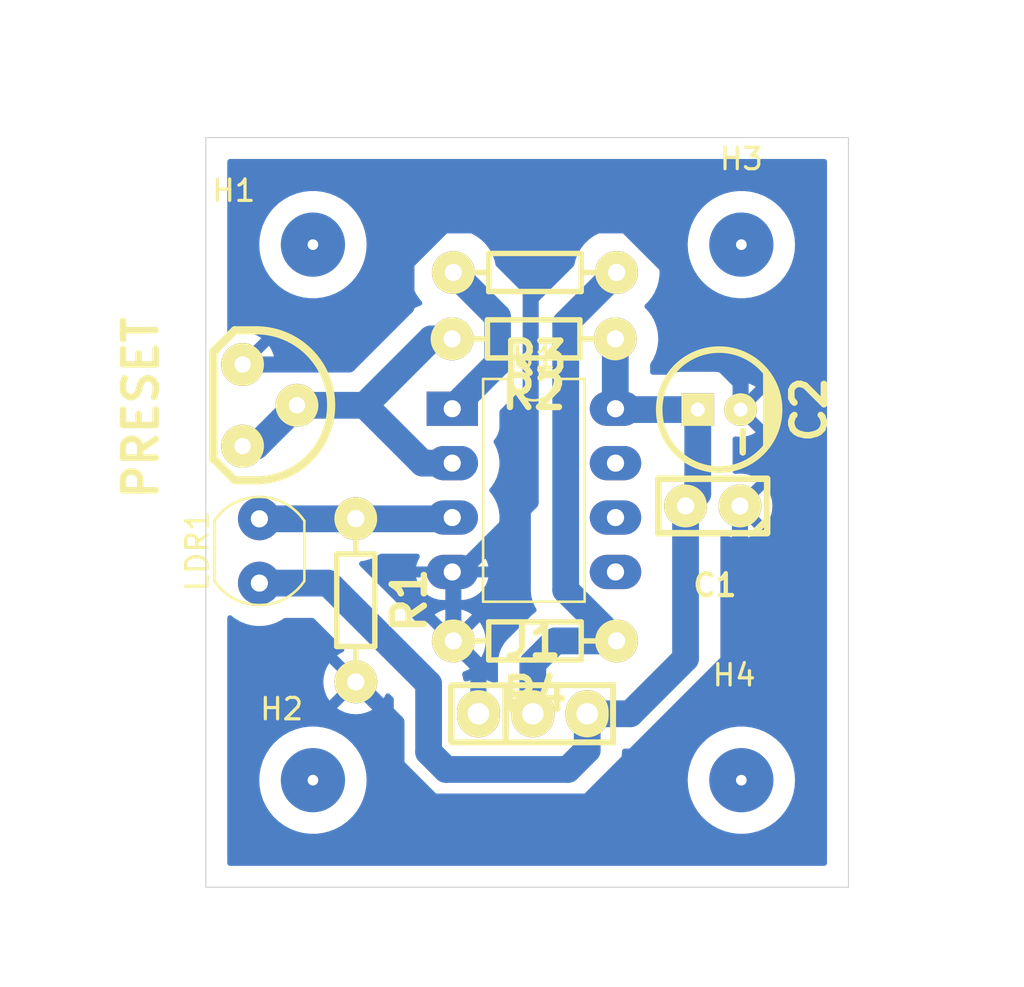
<source format=kicad_pcb>
(kicad_pcb (version 20211014) (generator pcbnew)
  (layers (0 "F.Cu" signal) (31 "B.Cu" signal) (34 "B.Paste" user) (35 "F.Paste" user) (36 "B.SilkS" user "B.Silkscreen") (37 "F.SilkS" user "F.Silkscreen") (38 "B.Mask" user) (39 "F.Mask" user) (44 "Edge.Cuts" user))
  (net 0 "")
  (net 1 "GNDREF")
  (net 2 "VCC")
  (net 3 "/SALIDA 0-3.3V")
  (net 4 "Net-(LDR1-Pad2)")
  (net 5 "Net-(R100K1-Pad2)")
  (net 6 "Net-(R3-Pad1)")
  (footprint "EESTN5:CAP_ELEC_5x11mm" (layer "F.Cu") (at 113.96452 117.7 -90)
    (fp_text reference "C2" (at 0 -4.2 90) (layer "F.SilkS") (effects (font (size 1.524 1.524) (thickness 0.3048))))
    (fp_text value "C 10uF" hide)
    (fp_line (start -1.3 -2.4) (end 1.3 -2.4) (layer "F.SilkS") (width 0.3048))
    (fp_line (start -0.8 -2.6) (end 0.8 -2.6) (layer "F.SilkS") (width 0.3048))
    (fp_line (start -1.7 -2.2) (end 1.7 -2.2) (layer "F.SilkS") (width 0.3048))
    (fp_line (start 1 -1.1) (end 2 -1.1) (layer "F.SilkS") (width 0.3))
    (fp_circle (center 0 0) (end 2.8 0) (layer "F.SilkS") (width 0.3048) (fill none))
    (pad "1" thru_hole rect locked (at 0 1 270) (size 1.524 1.524) (drill 0.65) (layers *.Cu *.Mask "F.SilkS") (net 2 "VCC"))
    (pad "2" thru_hole circle locked (at 0 -1 270) (size 1.524 1.524) (drill 0.65) (layers *.Cu *.Mask "F.SilkS") (net 1 "GNDREF"))
  )
  (footprint "EESTN5:RES0.3" (layer "F.Cu") (at 105.36452 111.3)
    (fp_text reference "R3" (at 0 4) (layer "F.SilkS") (effects (font (size 1.5 1.5) (thickness 0.3))))
    (fp_text value "R22K" hide)
    (fp_line (start -2.159 0) (end -3.81 0) (layer "F.SilkS") (width 0.254))
    (fp_line (start -2.159 -0.889) (end -2.159 0.889) (layer "F.SilkS") (width 0.254))
    (fp_line (start 2.159 0) (end 3.81 0) (layer "F.SilkS") (width 0.254))
    (fp_line (start -2.159 0.889) (end 2.159 0.889) (layer "F.SilkS") (width 0.254))
    (fp_line (start 2.159 -0.889) (end -2.159 -0.889) (layer "F.SilkS") (width 0.254))
    (fp_line (start 2.159 0.889) (end 2.159 -0.889) (layer "F.SilkS") (width 0.254))
    (pad "1" thru_hole circle locked (at -3.81 0) (size 2 2) (drill 0.8001) (layers *.Cu *.Mask "F.SilkS") (net 6 "Net-(R3-Pad1)"))
    (pad "2" thru_hole circle locked (at 3.81 0) (size 2 2) (drill 0.8001) (layers *.Cu *.Mask "F.SilkS") (net 3 "/SALIDA 0-3.3V"))
  )
  (footprint "EESTN5:RES0.3" (layer "F.Cu") (at 105.36452 128.5 180)
    (fp_text reference "R4" (at 0 -2.5) (layer "F.SilkS") (effects (font (size 1.5 1.5) (thickness 0.3))))
    (fp_text value "R10K" hide)
    (fp_line (start -2.159 -0.889) (end -2.159 0.889) (layer "F.SilkS") (width 0.254))
    (fp_line (start 2.159 0) (end 3.81 0) (layer "F.SilkS") (width 0.254))
    (fp_line (start -2.159 0.889) (end 2.159 0.889) (layer "F.SilkS") (width 0.254))
    (fp_line (start 2.159 0.889) (end 2.159 -0.889) (layer "F.SilkS") (width 0.254))
    (fp_line (start 2.159 -0.889) (end -2.159 -0.889) (layer "F.SilkS") (width 0.254))
    (fp_line (start -2.159 0) (end -3.81 0) (layer "F.SilkS") (width 0.254))
    (pad "1" thru_hole circle locked (at -3.81 0 180) (size 2 2) (drill 0.8001) (layers *.Cu *.Mask "F.SilkS") (net 3 "/SALIDA 0-3.3V"))
    (pad "2" thru_hole circle locked (at 3.81 0 180) (size 2 2) (drill 0.8001) (layers *.Cu *.Mask "F.SilkS") (net 1 "GNDREF"))
  )
  (footprint "MountingHole:MountingHole_3mm" (layer "F.Cu") (at 115 135)
    (fp_text reference "H4" (at -0.33548 -4.9) (layer "F.SilkS"))
    (fp_text value "Mounting_Hole")
    (pad "" np_thru_hole circle (at 0 0) (size 3 3) (drill 0.5) (layers "B.Cu"))
  )
  (footprint "MountingHole:MountingHole_3mm" (layer "F.Cu") (at 115 110)
    (fp_text reference "H3" (at 0 -4) (layer "F.SilkS"))
    (fp_text value "Mounting_Hole")
    (pad "" np_thru_hole circle (at 0 0) (size 3 3) (drill 0.5) (layers "B.Cu"))
  )
  (footprint "OptoDevice:R_LDR_5.0x4.1mm_P3mm_Vertical" (layer "F.Cu") (at 92.5 125.8 90)
    (fp_text reference "LDR1" (at 1.5 -2.9 90) (layer "F.SilkS"))
    (fp_text value "A9050")
    (fp_line (start 0.1 2.1) (end 2.9 2.1) (layer "F.SilkS") (width 0.12))
    (fp_line (start 0.1 -2.1) (end 2.9 -2.1) (layer "F.SilkS") (width 0.12))
    (fp_arc (start 2.9 -2.1) (mid 4.023872 0.008372) (end 2.886037 2.109242) (layer "F.SilkS") (width 0.12))
    (fp_arc (start 0.1 2.1) (mid -1.023872 -0.008372) (end 0.113963 -2.109242) (layer "F.SilkS") (width 0.12))
    (pad "1" thru_hole circle (at 0 0 90) (size 2 2) (drill 0.8) (layers *.Cu *.Mask) (net 2 "VCC"))
    (pad "2" thru_hole circle (at 3 0 90) (size 2 2) (drill 0.8) (layers *.Cu *.Mask) (net 4 "Net-(LDR1-Pad2)"))
  )
  (footprint "EESTN5:Pin_Header_3" (layer "F.Cu") (at 105.26452 131.9)
    (fp_text reference "J1" (at 0 -3.4) (layer "F.SilkS") (effects (font (size 1.5 1.5) (thickness 0.3))))
    (fp_text value "Conn_01X03" hide)
    (fp_line (start 3.81 -1.27) (end 3.81 1.27) (layer "F.SilkS") (width 0.15))
    (fp_line (start -3.81 1.27) (end -3.81 -1.27) (layer "F.SilkS") (width 0.3048))
    (fp_line (start -3.81 -1.397) (end 3.81 -1.397) (layer "F.SilkS") (width 0.15))
    (fp_line (start 3.81 1.27) (end -3.81 1.27) (layer "F.SilkS") (width 0.15))
    (fp_line (start -1.27 -1.27) (end -1.27 1.27) (layer "F.SilkS") (width 0.3048))
    (fp_line (start 3.81 1.016) (end 3.81 1.397) (layer "F.SilkS") (width 0.15))
    (fp_line (start 3.683 1.27) (end 3.683 -1.27) (layer "F.SilkS") (width 0.15))
    (fp_line (start 3.81 1.397) (end -3.81 1.397) (layer "F.SilkS") (width 0.15))
    (fp_line (start 3.81 -1.27) (end -3.81 -1.27) (layer "F.SilkS") (width 0.15))
    (fp_line (start 3.81 -1.397) (end 3.81 -1.143) (layer "F.SilkS") (width 0.15))
    (pad "1" thru_hole oval locked (at -2.54 0) (size 2 2.19964) (drill 1.00076) (layers *.Cu *.Mask "F.SilkS") (net 1 "GNDREF"))
    (pad "2" thru_hole oval locked (at 0 0) (size 2 2.19964) (drill 1.00076) (layers *.Cu *.Mask "F.SilkS") (net 3 "/SALIDA 0-3.3V"))
    (pad "3" thru_hole oval locked (at 2.54 0) (size 2 2.19964) (drill 1.00076) (layers *.Cu *.Mask "F.SilkS") (net 2 "VCC"))
  )
  (footprint "MountingHole:MountingHole_3mm" (layer "F.Cu") (at 95 135)
    (fp_text reference "H2" (at -1.46 -3.32) (layer "F.SilkS"))
    (fp_text value "Mounting_Hole")
    (pad "" np_thru_hole circle (at 0 0) (size 3 3) (drill 0.5) (layers "B.Cu"))
  )
  (footprint "EESTN5:RES0.3" (layer "F.Cu") (at 105.30452 114.4 180)
    (fp_text reference "R2" (at 0 -2.5) (layer "F.SilkS") (effects (font (size 1.5 1.5) (thickness 0.3))))
    (fp_text value "R10K" hide)
    (fp_line (start -2.159 0) (end -3.81 0) (layer "F.SilkS") (width 0.254))
    (fp_line (start -2.159 0.889) (end 2.159 0.889) (layer "F.SilkS") (width 0.254))
    (fp_line (start 2.159 -0.889) (end -2.159 -0.889) (layer "F.SilkS") (width 0.254))
    (fp_line (start 2.159 0) (end 3.81 0) (layer "F.SilkS") (width 0.254))
    (fp_line (start -2.159 -0.889) (end -2.159 0.889) (layer "F.SilkS") (width 0.254))
    (fp_line (start 2.159 0.889) (end 2.159 -0.889) (layer "F.SilkS") (width 0.254))
    (pad "1" thru_hole circle locked (at -3.81 0 180) (size 2 2) (drill 0.8001) (layers *.Cu *.Mask "F.SilkS") (net 2 "VCC"))
    (pad "2" thru_hole circle locked (at 3.81 0 180) (size 2 2) (drill 0.8001) (layers *.Cu *.Mask "F.SilkS") (net 5 "Net-(R100K1-Pad2)"))
  )
  (footprint "EESTN5:to92" (layer "F.Cu") (at 92.35 117.5 -90)
    (fp_text reference "R100K1" hide)
    (fp_text value "PRESET " (at -0.46 5.38 90) (layer "F.SilkS") (effects (font (size 1.524 1.524) (thickness 0.3048))))
    (fp_line (start 2.54 2) (end -2.54 2) (layer "F.SilkS") (width 0.381))
    (fp_line (start 3.5 1) (end 3.5 0) (layer "F.SilkS") (width 0.381))
    (fp_line (start -2.5 2) (end -3.5 1) (layer "F.SilkS") (width 0.381))
    (fp_line (start 2.5 2) (end 3.5 1) (layer "F.SilkS") (width 0.381))
    (fp_line (start -3.5 1) (end -3.5 0) (layer "F.SilkS") (width 0.381))
    (fp_arc (start -3.5 0) (mid 0 -3.5) (end 3.5 0) (layer "F.SilkS") (width 0.381))
    (pad "1" thru_hole circle locked (at -1.905 0.635 270) (size 2 2) (drill 0.762) (layers *.Cu *.Mask "F.SilkS") (net 1 "GNDREF"))
    (pad "2" thru_hole circle locked (at 0 -1.905 270) (size 2 2) (drill 0.762) (layers *.Cu *.Mask "F.SilkS") (net 5 "Net-(R100K1-Pad2)"))
    (pad "3" thru_hole circle locked (at 1.905 0.635 270) (size 2 2) (drill 0.762) (layers *.Cu *.Mask "F.SilkS") (net 5 "Net-(R100K1-Pad2)"))
  )
  (footprint "EESTN5:DIP-8" (layer "F.Cu") (at 101.50452 117.66)
    (fp_text reference "U1" (at 3.81 -2.39) (layer "F.SilkS"))
    (fp_text value "LM358" hide)
    (fp_line (start 1.44 -1.39) (end 1.44 9.01) (layer "F.SilkS") (width 0.12))
    (fp_line (start 1.44 9.01) (end 6.18 9.01) (layer "F.SilkS") (width 0.12))
    (fp_line (start 6.18 -1.39) (end 4.81 -1.39) (layer "F.SilkS") (width 0.12))
    (fp_line (start 6.18 9.01) (end 6.18 -1.39) (layer "F.SilkS") (width 0.12))
    (fp_line (start 2.81 -1.39) (end 1.44 -1.39) (layer "F.SilkS") (width 0.12))
    (fp_arc (start 4.81 -1.39) (mid 3.81 -0.39) (end 2.81 -1.39) (layer "F.SilkS") (width 0.12))
    (pad "1" thru_hole rect locked (at 0 0) (size 2.4 1.6) (drill 0.8) (layers *.Cu *.Mask) (net 6 "Net-(R3-Pad1)"))
    (pad "2" thru_hole oval locked (at 0 2.54) (size 2.4 1.6) (drill 0.8) (layers *.Cu *.Mask) (net 5 "Net-(R100K1-Pad2)"))
    (pad "3" thru_hole oval locked (at 0 5.08) (size 2.4 1.6) (drill 0.8) (layers *.Cu *.Mask) (net 4 "Net-(LDR1-Pad2)"))
    (pad "4" thru_hole oval locked (at 0 7.62) (size 2.4 1.6) (drill 0.8) (layers *.Cu *.Mask) (net 1 "GNDREF"))
    (pad "5" thru_hole oval locked (at 7.62 7.62) (size 2.4 1.6) (drill 0.8) (layers *.Cu *.Mask))
    (pad "6" thru_hole oval locked (at 7.62 5.08) (size 2.4 1.6) (drill 0.8) (layers *.Cu *.Mask))
    (pad "7" thru_hole oval locked (at 7.62 2.54) (size 2.4 1.6) (drill 0.8) (layers *.Cu *.Mask))
    (pad "8" thru_hole oval locked (at 7.62 0) (size 2.4 1.6) (drill 0.8) (layers *.Cu *.Mask) (net 2 "VCC"))
  )
  (footprint "EESTN5:RES0.3" (layer "F.Cu") (at 97 126.6 -90)
    (fp_text reference "R1" (at 0 -2.5 90) (layer "F.SilkS") (effects (font (size 1.5 1.5) (thickness 0.3))))
    (fp_text value "R100K" hide)
    (fp_line (start 2.159 0.889) (end 2.159 -0.889) (layer "F.SilkS") (width 0.254))
    (fp_line (start 2.159 -0.889) (end -2.159 -0.889) (layer "F.SilkS") (width 0.254))
    (fp_line (start -2.159 -0.889) (end -2.159 0.889) (layer "F.SilkS") (width 0.254))
    (fp_line (start 2.159 0) (end 3.81 0) (layer "F.SilkS") (width 0.254))
    (fp_line (start -2.159 0.889) (end 2.159 0.889) (layer "F.SilkS") (width 0.254))
    (fp_line (start -2.159 0) (end -3.81 0) (layer "F.SilkS") (width 0.254))
    (pad "1" thru_hole circle locked (at -3.81 0 270) (size 2 2) (drill 0.8001) (layers *.Cu *.Mask "F.SilkS") (net 4 "Net-(LDR1-Pad2)"))
    (pad "2" thru_hole circle locked (at 3.81 0 270) (size 2 2) (drill 0.8001) (layers *.Cu *.Mask "F.SilkS") (net 1 "GNDREF"))
  )
  (footprint "MountingHole:MountingHole_3mm" (layer "F.Cu") (at 95 110)
    (fp_text reference "H1" (at -3.69548 -2.52) (layer "F.SilkS"))
    (fp_text value "Mounting_Hole")
    (pad "" np_thru_hole circle (at 0 0) (size 3 3) (drill 0.5) (layers "B.Cu"))
  )
  (footprint "EESTN5:CAP_0.1" (layer "F.Cu") (at 113.66452 122.2 180)
    (fp_text reference "C1" (at -0.1 -3.7) (layer "F.SilkS") (effects (font (size 1.016 1.016) (thickness 0.2032))))
    (fp_text value "100nF" hide)
    (fp_line (start -2.54 -0.635) (end -1.905 -1.27) (layer "F.SilkS") (width 0.3048))
    (fp_line (start -2.54 1.27) (end -2.54 -1.27) (layer "F.SilkS") (width 0.3048))
    (fp_line (start -2.4892 -1.27) (end 2.54 -1.27) (layer "F.SilkS") (width 0.3048))
    (fp_line (start 2.54 -1.27) (end 2.54 1.27) (layer "F.SilkS") (width 0.3048))
    (fp_line (start 2.54 1.27) (end -2.54 1.27) (layer "F.SilkS") (width 0.3048))
    (pad "1" thru_hole circle locked (at -1.27 0 180) (size 2 2) (drill 0.8001) (layers *.Cu *.Mask "F.SilkS") (net 1 "GNDREF"))
    (pad "2" thru_hole circle locked (at 1.27 0 180) (size 2 2) (drill 0.8001) (layers *.Cu *.Mask "F.SilkS") (net 2 "VCC"))
  )
  (gr_line (start 120 140) (end 90 140) (layer "Edge.Cuts") (width 0.05))
  (gr_line (start 90 105) (end 120 105) (layer "Edge.Cuts") (width 0.05))
  (gr_line (start 120 105) (end 120 140) (layer "Edge.Cuts") (width 0.05))
  (gr_line (start 90 140) (end 90 105) (layer "Edge.Cuts") (width 0.05))
  (segment (start 102.72452 129.67) (end 101.55452 128.5) (width 0.75) (layer "B.Cu") (net 1))
  (segment (start 100.592556 135.99952) (end 107.837642 135.99952) (width 0.75) (layer "B.Cu") (net 1))
  (segment (start 101.50452 125.28) (end 101.90452 125.28) (width 0.75) (layer "B.Cu") (net 1))
  (segment (start 111.66452 114.7) (end 111.66452 111.139761) (width 0.75) (layer "B.Cu") (net 1))
  (segment (start 113.637542 115.1) (end 112.06452 115.1) (width 0.75) (layer "B.Cu") (net 1))
  (segment (start 109.624759 109.1) (end 101.104281 109.1) (width 0.75) (layer "B.Cu") (net 1))
  (segment (start 105.16452 122.02) (end 105.16452 109.1) (width 0.75) (layer "B.Cu") (net 1))
  (segment (start 101.55452 125.33) (end 101.50452 125.28) (width 0.75) (layer "B.Cu") (net 1))
  (segment (start 96.66952 115.595) (end 99.36452 112.9) (width 0.75) (layer "B.Cu") (net 1))
  (segment (start 114.96452 117.7) (end 114.96452 116.426978) (width 0.75) (layer "B.Cu") (net 1))
  (segment (start 111.66452 111.139761) (end 109.624759 109.1) (width 0.75) (layer "B.Cu") (net 1))
  (segment (start 114.96452 116.426978) (end 113.637542 115.1) (width 0.75) (layer "B.Cu") (net 1))
  (segment (start 98.90048 134.307444) (end 100.592556 135.99952) (width 0.75) (layer "B.Cu") (net 1))
  (segment (start 101.90452 125.28) (end 105.16452 122.02) (width 0.75) (layer "B.Cu") (net 1))
  (segment (start 112.06452 115.1) (end 111.66452 114.7) (width 0.75) (layer "B.Cu") (net 1))
  (segment (start 99.36452 110.839761) (end 99.36452 112.9) (width 0.75) (layer "B.Cu") (net 1))
  (segment (start 91.715 115.595) (end 96.66952 115.595) (width 0.75) (layer "B.Cu") (net 1))
  (segment (start 98.90048 132.31048) (end 98.90048 134.307444) (width 0.75) (layer "B.Cu") (net 1))
  (segment (start 101.55452 128.5) (end 101.55452 125.33) (width 0.75) (layer "B.Cu") (net 1))
  (segment (start 107.837642 135.99952) (end 114.93452 128.902642) (width 0.75) (layer "B.Cu") (net 1))
  (segment (start 114.93452 128.902642) (end 114.93452 122.2) (width 0.75) (layer "B.Cu") (net 1))
  (segment (start 101.104281 109.1) (end 99.36452 110.839761) (width 0.75) (layer "B.Cu") (net 1))
  (segment (start 102.72452 131.9) (end 102.72452 129.67) (width 0.75) (layer "B.Cu") (net 1))
  (segment (start 97 130.41) (end 98.90048 132.31048) (width 0.75) (layer "B.Cu") (net 1))
  (segment (start 109.81652 131.9) (end 112.39452 129.322) (width 1.25) (layer "B.Cu") (net 2))
  (segment (start 109.11452 114.4) (end 109.11452 117.65) (width 1.25) (layer "B.Cu") (net 2))
  (segment (start 109.11452 117.65) (end 109.12452 117.66) (width 1.25) (layer "B.Cu") (net 2))
  (segment (start 100.4 133.686322) (end 101.213678 134.5) (width 1.25) (layer "B.Cu") (net 2))
  (segment (start 106.9 134.5) (end 107.80452 133.59548) (width 1.25) (layer "B.Cu") (net 2))
  (segment (start 112.96452 117.7) (end 109.16452 117.7) (width 1.25) (layer "B.Cu") (net 2))
  (segment (start 100.4 130.5) (end 100.4 133.686322) (width 1.25) (layer "B.Cu") (net 2))
  (segment (start 101.213678 134.5) (end 106.9 134.5) (width 1.25) (layer "B.Cu") (net 2))
  (segment (start 92.5 125.8) (end 95.7 125.8) (width 1.25) (layer "B.Cu") (net 2))
  (segment (start 107.80452 133.59548) (end 107.80452 131.9) (width 1.25) (layer "B.Cu") (net 2))
  (segment (start 112.39452 129.322) (end 112.39452 122.2) (width 1.25) (layer "B.Cu") (net 2))
  (segment (start 95.7 125.8) (end 100.4 130.5) (width 1.25) (layer "B.Cu") (net 2))
  (segment (start 112.96452 117.7) (end 112.96452 121.63) (width 1.25) (layer "B.Cu") (net 2))
  (segment (start 107.80452 131.9) (end 109.81652 131.9) (width 1.25) (layer "B.Cu") (net 2))
  (segment (start 109.16452 117.7) (end 109.12452 117.66) (width 1.25) (layer "B.Cu") (net 2))
  (segment (start 112.96452 121.63) (end 112.39452 122.2) (width 1.25) (layer "B.Cu") (net 2))
  (segment (start 105.26452 129.55018) (end 106.3147 128.5) (width 1.25) (layer "B.Cu") (net 3))
  (segment (start 106.3147 128.5) (end 109.17452 128.5) (width 1.25) (layer "B.Cu") (net 3))
  (segment (start 109.17452 111.3) (end 106.8 113.67452) (width 1.25) (layer "B.Cu") (net 3))
  (segment (start 106.8 113.67452) (end 106.8 126.12548) (width 1.25) (layer "B.Cu") (net 3))
  (segment (start 105.26452 131.9) (end 105.26452 129.55018) (width 1.25) (layer "B.Cu") (net 3))
  (segment (start 106.8 126.12548) (end 109.17452 128.5) (width 1.25) (layer "B.Cu") (net 3))
  (segment (start 101.44452 122.8) (end 101.50452 122.74) (width 1.25) (layer "B.Cu") (net 4))
  (segment (start 92.5 122.8) (end 101.44452 122.8) (width 1.25) (layer "B.Cu") (net 4))
  (segment (start 94.255 117.5) (end 97.415498 117.5) (width 1.25) (layer "B.Cu") (net 5))
  (segment (start 101.50452 120.2) (end 100.115498 120.2) (width 1.25) (layer "B.Cu") (net 5))
  (segment (start 97.415498 117.5) (end 100.515498 114.4) (width 1.25) (layer "B.Cu") (net 5))
  (segment (start 91.715 119.405) (end 92.35 119.405) (width 1.25) (layer "B.Cu") (net 5))
  (segment (start 100.515498 114.4) (end 101.49452 114.4) (width 1.25) (layer "B.Cu") (net 5))
  (segment (start 100.115498 120.2) (end 97.415498 117.5) (width 1.25) (layer "B.Cu") (net 5))
  (segment (start 92.35 119.405) (end 94.255 117.5) (width 1.25) (layer "B.Cu") (net 5))
  (segment (start 103.618521 115.545999) (end 101.50452 117.66) (width 1.25) (layer "B.Cu") (net 6))
  (segment (start 101.55452 111.3) (end 103.618521 113.364001) (width 1.25) (layer "B.Cu") (net 6))
  (segment (start 103.618521 113.364001) (end 103.618521 115.545999) (width 1.25) (layer "B.Cu") (net 6))
  (zone (net 1) (net_name "GNDREF") (layer "B.Cu") (name "GNDREF") (connect_pads (clearance 1)) (min_thickness 0.254) (fill yes (thermal_gap 0.508) (thermal_bridge_width 0.508))
    (polygon (pts (xy 120 140) (xy 90 140) (xy 90 105) (xy 120 105)))
  )
)
</source>
